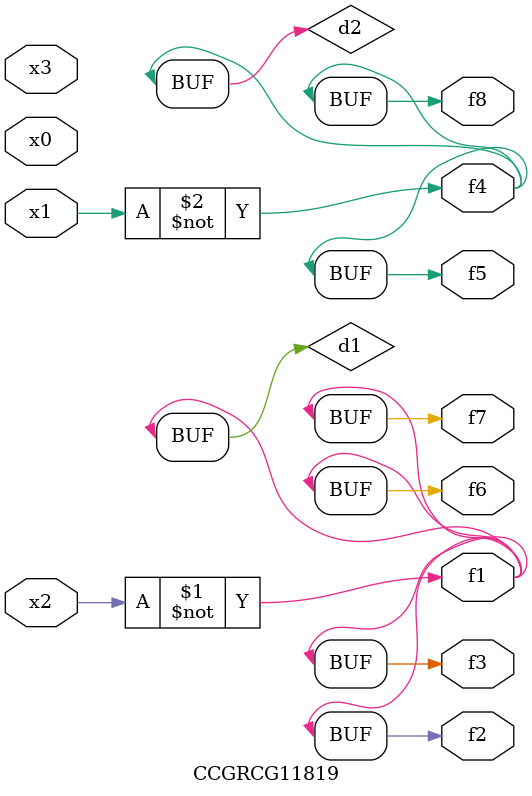
<source format=v>
module CCGRCG11819(
	input x0, x1, x2, x3,
	output f1, f2, f3, f4, f5, f6, f7, f8
);

	wire d1, d2;

	xnor (d1, x2);
	not (d2, x1);
	assign f1 = d1;
	assign f2 = d1;
	assign f3 = d1;
	assign f4 = d2;
	assign f5 = d2;
	assign f6 = d1;
	assign f7 = d1;
	assign f8 = d2;
endmodule

</source>
